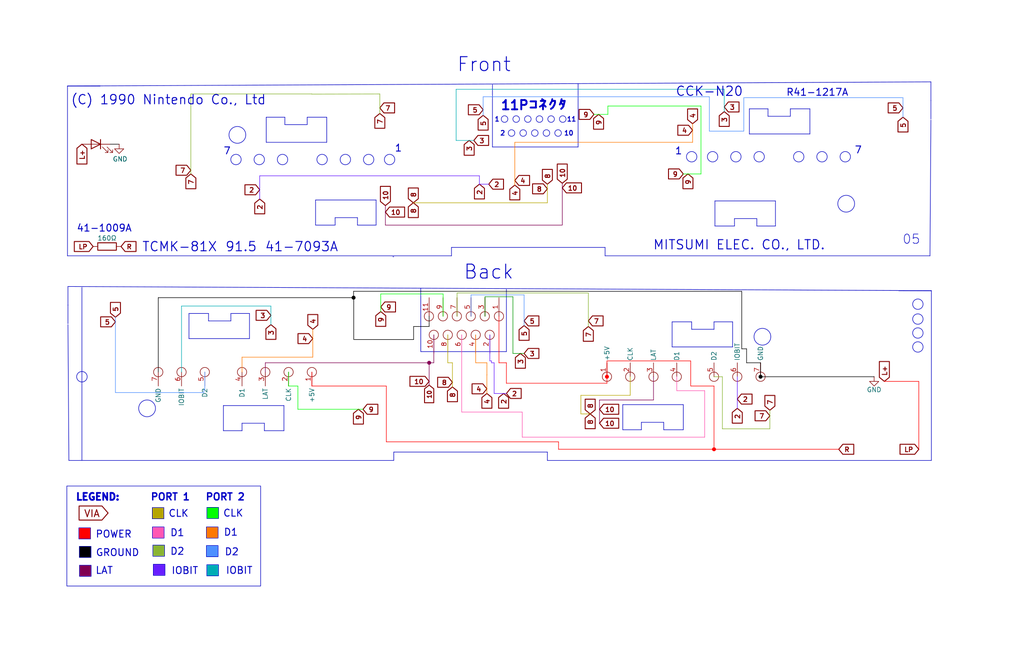
<source format=kicad_sch>
(kicad_sch (version 20250114) (generator "eeschema") (generator_version "9.0")
  (paper "User" 279.4 177.8)
  (title_block (title "TCMK-81X CCK-N20 (SNES Input Board)") (date "2025-07-31") (rev "A") (company "License: CERN-OHL-S") (comment 1 "This Document Is Not Endorsed By Nintendo or Mitsumi") (comment 2 "Documented by starlightk7 for Repair Usage") (comment 3 "Originally Designed By Nintendo and Manufactured By Mitsumi. ") (comment 4 "Used in SHVC-CPU-01 / GPM-01 / GPM-02 SNES Units"))
  (lib_symbols
    (symbol "Device:LED" (pin_numbers (hide yes)) (pin_names (offset 1.016) (hide yes))
      (property "Reference" "D" (at 0 2.54 0))
      (property "Value" "LED" (at 0 -2.54 0))
      (symbol "LED_0_1"
        (polyline (pts (xy -3.048 -0.762) (xy -4.572 -2.286) (xy -3.81 -2.286) (xy -4.572 -2.286) (xy -4.572 -1.524)))
        (polyline (pts (xy -1.778 -0.762) (xy -3.302 -2.286) (xy -2.54 -2.286) (xy -3.302 -2.286) (xy -3.302 -1.524)))
        (polyline (pts (xy -1.27 0) (xy 1.27 0)))
        (polyline (pts (xy -1.27 -1.27) (xy -1.27 1.27)) (stroke (width 0.254)))
        (polyline (pts (xy 1.27 -1.27) (xy 1.27 1.27) (xy -1.27 0) (xy 1.27 -1.27)) (stroke (width 0.254)))
      )
      (symbol "LED_1_1"
        (pin passive line (at -3.81 0 0) (length 2.54) (name "K") (number "1"))
        (pin passive line (at 3.81 0 180) (length 2.54) (name "A") (number "2"))
      )
    )
    (symbol "Device:R" (pin_numbers (hide yes)) (pin_names (offset 0))
      (property "Reference" "R" (at 2.032 0 90))
      (property "Value" "R" (at 0 0 90))
      (symbol "R_0_1"
        (rectangle (start -1.016 -2.54) (end 1.016 2.54) (stroke (width 0.254)))
      )
      (symbol "R_1_1"
        (pin passive line (at 0 3.81 270) (length 1.27) (name "~") (number "1"))
        (pin passive line (at 0 -3.81 90) (length 1.27) (name "~") (number "2"))
      )
    )
    (symbol "OpenSFC:ControllerPort"
      (symbol "ControllerPort_0_1"
        (circle (center -11.43 0) (radius 1.27))
        (circle (center -5.08 0) (radius 1.27))
        (circle (center 1.27 0) (radius 1.27))
        (circle (center 7.62 0) (radius 1.27))
        (circle (center 17.78 0) (radius 1.27))
        (circle (center 24.13 0) (radius 1.27))
        (circle (center 30.48 0) (radius 1.27))
      )
      (symbol "ControllerPort_1_1"
        (pin power_in line (at -11.43 0 90) (length 3.81) (name "+5V") (number "1"))
        (pin input line (at -5.08 0 90) (length 3.81) (name "CLK") (number "2"))
        (pin input line (at 1.27 0 90) (length 3.81) (name "LAT") (number "3"))
        (pin output line (at 7.62 0 90) (length 3.81) (name "D1") (number "4"))
        (pin output line (at 17.78 0 90) (length 3.81) (name "D2") (number "5"))
        (pin output line (at 24.13 0 90) (length 3.81) (name "IOBIT") (number "6"))
        (pin power_in line (at 30.48 0 90) (length 3.81) (name "GND") (number "7"))
      )
    )
    (symbol "OpenSFC:ControllerRibbon"
      (symbol "ControllerRibbon_0_1"
        (circle (center -6.4145 2.5371) (radius 1.27))
        (circle (center -5.08 -2.54) (radius 1.27))
        (circle (center -2.6045 2.5371) (radius 1.27))
        (circle (center -1.27 -2.54) (radius 1.27))
        (circle (center 1.2055 2.5371) (radius 1.27))
        (circle (center 2.54 -2.54) (radius 1.27))
        (circle (center 5.0155 2.5371) (radius 1.27))
        (circle (center 6.35 -2.54) (radius 1.27))
        (circle (center 8.8255 2.5371) (radius 1.27))
        (circle (center 10.16 -2.54) (radius 1.27))
        (circle (center 12.7 2.54) (radius 1.27))
      )
      (symbol "ControllerRibbon_1_1"
        (pin passive line (at -6.35 2.54 90) (length 5.08) (name "") (number "11"))
        (pin passive line (at -5.08 -2.54 270) (length 5.08) (name "") (number "10"))
        (pin passive line (at -2.54 2.54 90) (length 5.08) (name "") (number "9"))
        (pin passive line (at -1.27 -2.54 270) (length 5.08) (name "") (number "8"))
        (pin passive line (at 1.27 2.54 90) (length 5.08) (name "") (number "7"))
        (pin passive line (at 2.54 -2.54 270) (length 5.08) (name "") (number "6"))
        (pin passive line (at 5.08 2.54 90) (length 5.08) (name "") (number "5"))
        (pin passive line (at 6.35 -2.54 270) (length 5.08) (name "") (number "4"))
        (pin passive line (at 8.89 2.54 90) (length 5.08) (name "") (number "3"))
        (pin passive line (at 10.2059 -2.5389 270) (length 5.08) (name "") (number "2"))
        (pin passive line (at 12.7 2.54 90) (length 5.08) (name "") (number "1"))
      )
    )
    (symbol "power:GND" (power) (pin_numbers (hide yes)) (pin_names (offset 0) (hide yes))
      (property "Value" "GND" (at 0 -3.81 0))
      (symbol "GND_0_1"
        (polyline (pts (xy 0 0) (xy 0 -1.27) (xy 1.27 -1.27) (xy 0 -2.54) (xy -1.27 -1.27) (xy 0 -1.27)))
      )
      (symbol "GND_1_1"
        (pin power_in line (at 0 0 270) (length 0) (name "~") (number "1"))
      )
    )
  )
  (rectangle (start 56.3245 143.891) (end 59.4995 146.939) (fill (type color) (color 255 120 0 1)))
  (circle (center 140.843 32.512) (radius 0.898))
  (circle (center 77.089 43.561) (radius 1.4199))
  (circle (center 250.444 83.058) (radius 1.4199))
  (circle (center 137.668 32.512) (radius 0.898))
  (rectangle (start 56.3245 148.971) (end 59.4995 152.019) (fill (type color) (color 78 144 255 1)))
  (circle (center 150.368 32.512) (radius 0.898))
  (circle (center 217.932 42.799) (radius 1.4199))
  (rectangle (start 56.4429 154.2024) (end 59.6179 157.2504) (fill (type color) (color 0 172 180 1)))
  (circle (center 188.722 42.799) (radius 1.4199))
  (rectangle (start 56.4594 138.5528) (end 59.6344 141.6008) (fill (type color) (color 0 255 3 1)))
  (circle (center 64.77 36.83) (radius 2.2895))
  (circle (center 208.026 91.948) (radius 2.2895))
  (rectangle (start 41.7195 148.844) (end 44.8945 151.892) (fill (type color) (color 137 180 50 1)))
  (circle (center 145.923 36.322) (radius 0.898))
  (circle (center 230.632 42.799) (radius 1.4199))
  (circle (center 144.018 32.512) (radius 0.898))
  (circle (center 250.444 90.932) (radius 1.4199))
  (circle (center 22.352 102.87) (radius 1.4368) (fill (type color)))
  (circle (center 152.273 36.322) (radius 0.898))
  (rectangle (start 41.5925 143.891) (end 44.7675 146.939) (fill (type color) (color 255 87 179 1)))
  (rectangle (start 41.5473 138.6071) (end 44.7223 141.6551) (fill (type color) (color 182 165 0 1)))
  (circle (center 147.193 32.512) (radius 0.898))
  (rectangle (start 21.6565 149.1853) (end 24.8315 152.2333) (fill (type color) (color 0 0 0 1)))
  (circle (center 142.748 36.322) (radius 0.898))
  (circle (center 250.444 94.742) (radius 1.4199))
  (circle (center 224.282 42.799) (radius 1.4199))
  (rectangle (start 21.5249 144.12) (end 24.6999 147.168) (fill (type color) (color 255 0 0 1)))
  (rectangle (start 21.686 154.3343) (end 24.861 157.3823) (fill (type color) (color 127 0 80 1)))
  (circle (center 87.884 43.561) (radius 1.4199))
  (circle (center 200.787 42.799) (radius 1.4199))
  (circle (center 40.132 111.506) (radius 2.2895))
  (circle (center 250.444 87.122) (radius 1.4199))
  (circle (center 100.584 43.561) (radius 1.4199))
  (circle (center 64.389 43.561) (radius 1.4199))
  (circle (center 106.299 43.561) (radius 1.4199))
  (circle (center 153.543 32.512) (radius 0.898))
  (rectangle (start 41.8379 154.0754) (end 45.0129 157.1234) (fill (type color) (color 103 29 255 1)))
  (circle (center 70.739 43.561) (radius 1.4199))
  (rectangle (start 18.2378 132.715) (end 71.12 160.02))
  (circle (center 149.098 36.322) (radius 0.898))
  (circle (center 230.886 55.626) (radius 2.2895))
  (circle (center 194.437 42.799) (radius 1.4199))
  (circle (center 139.573 36.322) (radius 0.898))
  (circle (center 94.234 43.561) (radius 1.4199))
  (circle (center 207.137 42.799) (radius 1.4199))
  (text "TCMK-81X" (at 49.022 67.564 0) (effects (font (size 2.54 2.54) (thickness 0.254) (bold yes))))
  (text "GROUND" (at 32.0705 151.0903 0) (effects (font (size 1.905 1.905) (thickness 0.254) (bold yes))))
  (text "1" (at 185.166 41.402 0) (effects (font (size 1.905 1.905) (thickness 0.254) (bold yes))))
  (text "41-1009A" (at 28.448 62.484 0) (effects (font (size 1.905 1.905) (thickness 0.254) (bold yes))))
  (text "05" (at 248.666 65.532 0) (effects (font (size 2.54 2.54))))
  (text "11" (at 155.956 32.766 0) (effects (font (size 1.27 1.27) (thickness 0.254) (bold yes))))
  (text "10" (at 155.194 36.576 0) (effects (font (size 1.27 1.27) (thickness 0.254) (bold yes))))
  (text "Back" (at 133.35 74.422 0) (effects (font (size 3.81 3.81) (thickness 0.254) (bold yes))))
  (text "CLK" (at 63.6349 140.3308 0) (effects (font (size 1.905 1.905) (thickness 0.254) (bold yes))))
  (text "1" (at 108.712 40.64 0) (effects (font (size 1.905 1.905) (thickness 0.254) (bold yes))))
  (text "PORT 1" (at 46.482 135.89 0) (effects (font (size 1.905 1.905) (thickness 0.381) (bold yes))))
  (text "POWER " (at 31.75 146.05 0) (effects (font (size 1.905 1.905) (thickness 0.254) (bold yes))))
  (text "1" (at 135.636 32.766 0) (effects (font (size 1.27 1.27) (thickness 0.254) (bold yes))))
  (text "PORT 2" (at 61.468 135.89 0) (effects (font (size 1.905 1.905) (thickness 0.381) (bold yes))))
  (text "Front" (at 132.08 17.78 0) (effects (font (size 3.81 3.81) (thickness 0.254) (bold yes))))
  (text "41-7093A" (at 82.296 67.564 0) (effects (font (size 2.54 2.54) (thickness 0.254) (bold yes))))
  (text "7" (at 61.976 41.402 0) (effects (font (size 1.905 1.905) (thickness 0.254) (bold yes))))
  (text "(C) 1990 Nintendo Co., Ltd" (at 45.974 27.432 0) (effects (font (size 2.54 2.54) (thickness 0.254) (bold yes))))
  (text "91.5" (at 65.786 67.564 0) (effects (font (size 2.54 2.54) (thickness 0.254) (bold yes))))
  (text "7" (at 234.188 41.148 0) (effects (font (size 1.905 1.905) (thickness 0.254) (bold yes))))
  (text "2" (at 137.16 36.576 0) (effects (font (size 1.27 1.27) (thickness 0.254) (bold yes))))
  (text "MITSUMI ELEC. CO., LTD." (at 201.676 67.056 0) (effects (font (size 2.54 2.54) (thickness 0.254) (bold yes))))
  (text "D1" (at 48.387 145.669 0) (effects (font (size 1.905 1.905) (thickness 0.254) (bold yes))))
  (text "D1" (at 62.992 145.542 0) (effects (font (size 1.905 1.905) (thickness 0.254) (bold yes))))
  (text "CCK-N20" (at 193.548 25.146 0) (effects (font (size 2.54 2.54) (thickness 0.254) (bold yes))))
  (text "IOBIT" (at 65.278 155.956 0) (effects (font (size 1.905 1.905) (thickness 0.254) (bold yes))))
  (text "R41-1217A" (at 223.012 25.4 0) (effects (font (size 1.905 1.905) (thickness 0.254) (bold yes))))
  (text "CLK" (at 48.7228 140.3851 0) (effects (font (size 1.905 1.905) (thickness 0.254) (bold yes))))
  (text "D2" (at 63.246 150.876 0) (effects (font (size 1.905 1.905) (thickness 0.254) (bold yes))))
  (text "LEGEND:" (at 26.67 135.89 0) (effects (font (size 1.905 1.905) (thickness 0.762) (bold yes))))
  (text "LAT" (at 28.448 155.956 0) (effects (font (size 1.905 1.905) (thickness 0.254) (bold yes))))
  (text "D2" (at 48.387 150.749 0) (effects (font (size 1.905 1.905) (thickness 0.254) (bold yes))))
  (text "IOBIT" (at 50.4528 155.9979 0) (effects (font (size 1.905 1.905) (thickness 0.254) (bold yes))))
  (text "11Pコネクタ" (at 145.796 28.956 0) (effects (font (size 2.54 2.54) (thickness 0.508) (bold yes))))
  (junction (at 207.518 102.87) (color 0 0 0 1))
  (junction (at 117.094 99.06) (color 127 0 80 1))
  (junction (at 194.818 122.682) (color 255 0 0 1))
  (junction (at 96.472 81.28) (color 0 0 0 1))
  (junction (at 165.608 102.87) (color 255 0 0 1))
  (wire (pts (xy 55.626 106.426) (xy 55.88 106.426)) (stroke (width 0) (color 78 144 255 1)))
  (polyline (pts (xy 183.388 87.884) (xy 183.388 94.742)))
  (wire (pts (xy 193.548 26.416) (xy 193.548 35.814)) (stroke (width 0) (color 78 144 255 1)))
  (wire (pts (xy 49.53 83.566) (xy 73.914 83.566)) (stroke (width 0) (color 0 172 180 1)))
  (polyline (pts (xy 204.47 29.718) (xy 209.55 29.718)))
  (wire (pts (xy 125.984 112.522) (xy 142.494 112.522)) (stroke (width 0) (color 255 87 179 1)))
  (polyline (pts (xy 86.106 61.468) (xy 86.106 54.61)))
  (wire (pts (xy 78.74 101.6) (xy 78.74 105.41)) (stroke (width 0) (color 0 255 3 1)))
  (wire (pts (xy 191.262 47.498) (xy 186.436 47.498)) (stroke (width 0) (color 0 255 3 1)))
  (polyline (pts (xy 102.616 54.61) (xy 86.106 54.61)))
  (wire (pts (xy 158.496 113.03) (xy 161.036 113.03)) (stroke (width 0) (color 182 165 0 1)))
  (polyline (pts (xy 211.582 61.722) (xy 206.502 61.722)))
  (wire (pts (xy 197.612 24.384) (xy 197.612 30.48)) (stroke (width 0) (color 0 172 180 1)))
  (wire (pts (xy 171.958 107.95) (xy 158.496 107.95)) (stroke (width 0) (color 182 165 0 1)))
  (polyline (pts (xy 62.992 87.63) (xy 56.896 87.63)))
  (wire (pts (xy 139.954 81.026) (xy 139.954 96.52)))
  (polyline (pts (xy 72.136 115.57) (xy 72.136 117.602)))
  (polyline (pts (xy 200.406 61.722) (xy 195.072 61.722)))
  (polyline (pts (xy 215.646 31.75) (xy 215.646 29.718)))
  (polyline (pts (xy 254 22.352) (xy 254 27.432)))
  (wire (pts (xy 125.984 91.44) (xy 125.984 112.522)) (stroke (width 0) (color 255 87 179 1)))
  (wire (pts (xy 103.632 25.654) (xy 103.632 30.988)) (stroke (width 0) (color 137 180 50 1)))
  (wire (pts (xy 96.472 79.55) (xy 96.472 81.28)) (stroke (width 0) (color 0 0 0 1)))
  (polyline (pts (xy 188.722 89.916) (xy 188.722 87.884)))
  (polyline (pts (xy 107.442 70.104) (xy 107.188 70.104)))
  (wire (pts (xy 192.278 106.68) (xy 184.658 106.68)) (stroke (width 0) (color 255 87 179 1)))
  (wire (pts (xy 134.112 99.06) (xy 134.112 98.552)) (stroke (width 0) (color 103 29 255 1)))
  (wire (pts (xy 103.886 80.264) (xy 103.886 85.09)) (stroke (width 0) (color 0 255 3 1)))
  (polyline (pts (xy 66.04 117.602) (xy 66.04 115.57)))
  (wire (pts (xy 202.39 79.55) (xy 202.39 95.25)) (stroke (width 0) (color 0 0 0 1)))
  (wire (pts (xy 66.04 97.536) (xy 66.04 101.6)) (stroke (width 0) (color 255 120 0 1)))
  (polyline (pts (xy 22.352 78.486) (xy 22.352 125.73)))
  (wire (pts (xy 123.444 99.06) (xy 123.444 105.664)) (stroke (width 0) (color 182 165 0 1)))
  (wire (pts (xy 105.41 120.65) (xy 152.4 120.65)) (stroke (width 0) (color 255 0 0 1)))
  (wire (pts (xy 55.88 106.426) (xy 55.88 101.6)) (stroke (width 0) (color 78 144 255 1)))
  (polyline (pts (xy 254 32.766) (xy 253.746 69.85)))
  (wire (pts (xy 85.042 25.702) (xy 103.632 25.654)) (stroke (width 0) (color 137 180 50 1)))
  (wire (pts (xy 201.168 102.87) (xy 201.168 111.506)) (stroke (width 0) (color 103 29 255 1)))
  (wire (pts (xy 136.144 99.06) (xy 138.176 99.06)) (stroke (width 0) (color 255 0 0 1)))
  (polyline (pts (xy 18.415 23.495) (xy 27.305 23.495)))
  (wire (pts (xy 246.38 26.67) (xy 246.38 32.004)) (stroke (width 0) (color 78 144 255 1)))
  (wire (pts (xy 207.518 99.06) (xy 207.518 102.87)) (stroke (width 0) (color 0 0 0 1)))
  (wire (pts (xy 162.052 31.242) (xy 165.862 31.242)) (stroke (width 0) (color 0 255 3 1)))
  (wire (pts (xy 134.112 98.552) (xy 133.6499 98.552)) (stroke (width 0) (color 103 29 255 1)))
  (wire (pts (xy 124.46 24.384) (xy 124.46 38.354)) (stroke (width 0) (color 0 172 180 1)))
  (polyline (pts (xy 149.352 123.444) (xy 149.352 125.73)))
  (polyline (pts (xy 107.442 123.444) (xy 149.352 123.444)))
  (wire (pts (xy 132.8504 102.3595) (xy 132.842 102.3595)) (stroke (width 0) (color 255 120 0 1)))
  (wire (pts (xy 129.794 99.0575) (xy 132.8504 99.0575)) (stroke (width 0) (color 255 120 0 1)))
  (wire (pts (xy 142.494 119.38) (xy 192.278 119.38)) (stroke (width 0) (color 255 87 179 1)))
  (polyline (pts (xy 138.176 78.994) (xy 138.176 96.012)))
  (wire (pts (xy 105.41 105.41) (xy 105.41 120.65)) (stroke (width 0) (color 255 0 0 1)))
  (polyline (pts (xy 169.926 110.49) (xy 169.926 117.348)))
  (wire (pts (xy 72.39 99.06) (xy 117.094 99.06)) (stroke (width 0) (color 127 0 80 1)))
  (polyline (pts (xy 206.502 61.722) (xy 206.502 59.69)))
  (polyline (pts (xy 60.96 110.744) (xy 77.47 110.744)))
  (polyline (pts (xy 114.808 78.74) (xy 114.808 96.012)))
  (polyline (pts (xy 123.19 67.564) (xy 123.19 69.85)))
  (wire (pts (xy 165.608 98.552) (xy 188.468 98.552)) (stroke (width 0) (color 255 0 0 1)))
  (wire (pts (xy 128.524 80.518) (xy 143.002 80.518)) (stroke (width 0) (color 78 144 255 1)))
  (polyline (pts (xy 72.136 117.602) (xy 77.47 117.602)))
  (polyline (pts (xy 18.542 78.232) (xy 18.542 83.312)))
  (wire (pts (xy 117.094 99.06) (xy 118.364 99.06)) (stroke (width 0) (color 127 0 80 1)))
  (wire (pts (xy 210.058 117.094) (xy 210.058 112.014)) (stroke (width 0) (color 137 180 50 1)))
  (polyline (pts (xy 169.926 117.348) (xy 175.006 117.348)))
  (wire (pts (xy 118.364 91.44) (xy 118.364 99.06)) (stroke (width 0) (color 127 0 80 1)))
  (wire (pts (xy 134.8281 107.442) (xy 138.176 107.442)) (stroke (width 0) (color 103 29 255 1)))
  (wire (pts (xy 103.886 80.264) (xy 120.904 80.264)) (stroke (width 0) (color 0 255 3 1)))
  (polyline (pts (xy 165.1 69.85) (xy 165.1 67.564)))
  (wire (pts (xy 138.176 99.06) (xy 138.176 104.648)) (stroke (width 0) (color 255 0 0 1)))
  (wire (pts (xy 203.708 95.25) (xy 203.708 99.06)) (stroke (width 0) (color 0 0 0 1)))
  (wire (pts (xy 163.576 109.22) (xy 163.576 115.57)) (stroke (width 0) (color 127 0 80 1)))
  (wire (pts (xy 152.4 120.65) (xy 152.4 122.682)) (stroke (width 0) (color 255 0 0 1)))
  (polyline (pts (xy 169.926 110.49) (xy 186.436 110.49)))
  (polyline (pts (xy 18.415 23.495) (xy 254 22.352)))
  (polyline (pts (xy 91.44 61.468) (xy 86.106 61.468)))
  (wire (pts (xy 194.818 105.41) (xy 194.818 122.682)) (stroke (width 0) (color 255 0 0 1)))
  (polyline (pts (xy 107.442 125.73) (xy 107.442 123.444)))
  (wire (pts (xy 165.862 31.242) (xy 165.862 28.956)) (stroke (width 0) (color 0 255 3 1)))
  (polyline (pts (xy 77.724 34.036) (xy 83.82 34.036)))
  (wire (pts (xy 31.496 107.188) (xy 55.626 107.188)) (stroke (width 0) (color 78 144 255 1)))
  (wire (pts (xy 132.8504 99.0575) (xy 132.8504 102.3595)) (stroke (width 0) (color 255 120 0 1)))
  (wire (pts (xy 117.094 86.36) (xy 117.094 89.154)) (stroke (width 0) (color 0 0 0 1)))
  (wire (pts (xy 70.866 48.006) (xy 70.866 54.356)) (stroke (width 0) (color 103 29 255 1)))
  (wire (pts (xy 184.658 106.68) (xy 184.658 102.87)) (stroke (width 0) (color 255 87 179 1)))
  (polyline (pts (xy 181.102 117.348) (xy 186.436 117.348)))
  (polyline (pts (xy 68.072 92.456) (xy 68.072 85.598)))
  (wire (pts (xy 85.09 25.654) (xy 52.07 25.654)) (stroke (width 0) (color 137 180 50 1)))
  (polyline (pts (xy 97.536 59.436) (xy 91.44 59.436)))
  (polyline (pts (xy 102.616 61.468) (xy 97.536 61.468)))
  (wire (pts (xy 131.826 26.416) (xy 131.826 31.496)) (stroke (width 0) (color 78 144 255 1)))
  (wire (pts (xy 193.548 26.416) (xy 131.826 26.416)) (stroke (width 0) (color 78 144 255 1)))
  (wire (pts (xy 136.144 86.36) (xy 136.144 99.06)) (stroke (width 0) (color 255 0 0 1)))
  (polyline (pts (xy 204.47 36.576) (xy 220.98 36.576)))
  (polyline (pts (xy 56.896 85.598) (xy 51.562 85.598)))
  (wire (pts (xy 55.626 107.188) (xy 55.626 106.426)) (stroke (width 0) (color 78 144 255 1)))
  (wire (pts (xy 85.09 105.41) (xy 105.41 105.41)) (stroke (width 0) (color 255 0 0 1)))
  (polyline (pts (xy 254 27.432) (xy 254 32.512)))
  (wire (pts (xy 124.714 80.01) (xy 124.714 86.36)) (stroke (width 0) (color 137 180 50 1)))
  (wire (pts (xy 96.52 92.71) (xy 96.52 81.28)) (stroke (width 0) (color 0 0 0 1)))
  (wire (pts (xy 130.81 50.292) (xy 133.35 50.292)) (stroke (width 0) (color 103 29 255 1)))
  (wire (pts (xy 132.842 102.3595) (xy 132.842 107.442)) (stroke (width 0) (color 255 120 0 1)))
  (polyline (pts (xy 149.352 125.73) (xy 254.127 125.73)))
  (wire (pts (xy 193.548 35.814) (xy 202.946 35.814)) (stroke (width 0) (color 78 144 255 1)))
  (polyline (pts (xy 62.992 85.598) (xy 62.992 87.63)))
  (polyline (pts (xy 175.006 115.316) (xy 181.102 115.316)))
  (wire (pts (xy 85.344 89.916) (xy 85.344 97.536)) (stroke (width 0) (color 255 120 0 1)))
  (wire (pts (xy 81.28 111.76) (xy 99.06 111.76)) (stroke (width 0) (color 0 255 3 1)))
  (wire (pts (xy 43.18 81.28) (xy 96.472 81.28)) (stroke (width 0) (color 0 0 0 1)))
  (polyline (pts (xy 77.724 32.004) (xy 77.724 34.036)))
  (wire (pts (xy 124.46 24.384) (xy 197.612 24.384)) (stroke (width 0) (color 0 172 180 1)))
  (wire (pts (xy 207.518 102.87) (xy 238.506 102.87)) (stroke (width 0) (color 0 0 0 1)))
  (wire (pts (xy 129.794 99.0575) (xy 129.794 91.44)) (stroke (width 0) (color 255 120 0 1)))
  (polyline (pts (xy 77.47 117.602) (xy 77.47 110.744)))
  (polyline (pts (xy 199.898 87.884) (xy 194.818 87.884)))
  (wire (pts (xy 152.4 122.682) (xy 194.818 122.682)) (stroke (width 0) (color 255 0 0 1)))
  (polyline (pts (xy 134.366 23.114) (xy 134.366 40.132)))
  (wire (pts (xy 112.8512 89.154) (xy 117.094 89.154)) (stroke (width 0) (color 0 0 0 1)))
  (polyline (pts (xy 254.127 125.73) (xy 254.127 79.375)))
  (polyline (pts (xy 209.55 31.75) (xy 215.646 31.75)))
  (wire (pts (xy 203.708 99.06) (xy 207.518 99.06)) (stroke (width 0) (color 0 0 0 1)))
  (wire (pts (xy 153.416 50.038) (xy 153.416 61.468)) (stroke (width 0) (color 127 0 80 1)))
  (polyline (pts (xy 60.96 117.602) (xy 66.04 117.602)))
  (polyline (pts (xy 66.04 115.57) (xy 72.136 115.57)))
  (wire (pts (xy 130.81 50.292) (xy 130.81 48.006)) (stroke (width 0) (color 103 29 255 1)))
  (wire (pts (xy 188.976 33.782) (xy 188.976 38.862)) (stroke (width 0) (color 255 120 0 1)))
  (polyline (pts (xy 253.746 69.85) (xy 165.1 69.85)))
  (polyline (pts (xy 204.47 36.576) (xy 204.47 29.718)))
  (polyline (pts (xy 254.127 79.375) (xy 18.542 78.232)))
  (polyline (pts (xy 114.808 96.012) (xy 138.176 96.012)))
  (wire (pts (xy 250.698 104.14) (xy 250.698 122.682)) (stroke (width 0) (color 255 0 0 1)))
  (polyline (pts (xy 165.1 67.564) (xy 123.19 67.564)))
  (wire (pts (xy 138.176 104.648) (xy 165.608 104.648)) (stroke (width 0) (color 255 0 0 1)))
  (wire (pts (xy 178.308 109.22) (xy 163.576 109.22)) (stroke (width 0) (color 127 0 80 1)))
  (polyline (pts (xy 194.818 87.884) (xy 194.818 89.916)))
  (wire (pts (xy 197.104 117.094) (xy 197.104 102.87)) (stroke (width 0) (color 137 180 50 1)))
  (polyline (pts (xy 56.896 87.63) (xy 56.896 85.598)))
  (wire (pts (xy 112.8512 92.71) (xy 96.52 92.71)) (stroke (width 0) (color 0 0 0 1)))
  (polyline (pts (xy 194.818 89.916) (xy 188.722 89.916)))
  (wire (pts (xy 191.262 28.956) (xy 191.262 47.498)) (stroke (width 0) (color 0 255 3 1)))
  (wire (pts (xy 165.608 104.648) (xy 165.608 102.87)) (stroke (width 0) (color 255 0 0 1)))
  (wire (pts (xy 142.494 112.522) (xy 142.494 119.38)) (stroke (width 0) (color 255 87 179 1)))
  (polyline (pts (xy 211.582 54.864) (xy 195.072 54.864)))
  (wire (pts (xy 133.6499 98.552) (xy 133.6499 91.4389)) (stroke (width 0) (color 103 29 255 1)))
  (wire (pts (xy 81.28 105.41) (xy 81.28 111.76)) (stroke (width 0) (color 0 255 3 1)))
  (wire (pts (xy 149.352 50.292) (xy 149.352 55.372)) (stroke (width 0) (color 182 165 0 1)))
  (wire (pts (xy 105.156 56.134) (xy 105.156 61.468)) (stroke (width 0) (color 127 0 80 1)))
  (polyline (pts (xy 97.536 61.468) (xy 97.536 59.436)))
  (wire (pts (xy 171.958 102.87) (xy 171.958 107.95)) (stroke (width 0) (color 182 165 0 1)))
  (wire (pts (xy 197.104 102.87) (xy 194.818 102.87)) (stroke (width 0) (color 137 180 50 1)))
  (polyline (pts (xy 60.96 110.744) (xy 60.96 117.602)))
  (wire (pts (xy 165.862 28.956) (xy 191.262 28.956)) (stroke (width 0) (color 0 255 3 1)))
  (wire (pts (xy 134.8281 99.06) (xy 134.8281 107.442)) (stroke (width 0) (color 103 29 255 1)))
  (wire (pts (xy 73.914 83.566) (xy 73.914 88.646)) (stroke (width 0) (color 0 172 180 1)))
  (wire (pts (xy 132.334 81.026) (xy 139.954 81.026)))
  (wire (pts (xy 194.818 122.682) (xy 228.854 122.682)) (stroke (width 0) (color 255 0 0 1)))
  (polyline (pts (xy 181.102 115.316) (xy 181.102 117.348)))
  (wire (pts (xy 96.472 81.28) (xy 96.52 81.28)) (stroke (width 0) (color 0 0 0 1)))
  (polyline (pts (xy 18.796 125.73) (xy 107.442 125.73)))
  (wire (pts (xy 78.74 105.41) (xy 81.28 105.41)) (stroke (width 0) (color 0 255 3 1)))
  (wire (pts (xy 194.818 105.41) (xy 188.468 105.41)) (stroke (width 0) (color 255 0 0 1)))
  (polyline (pts (xy 195.072 61.722) (xy 195.072 54.864)))
  (wire (pts (xy 96.472 79.55) (xy 202.39 79.55)) (stroke (width 0) (color 0 0 0 1)))
  (wire (pts (xy 124.714 80.01) (xy 160.528 80.01)) (stroke (width 0) (color 137 180 50 1)))
  (polyline (pts (xy 91.44 59.436) (xy 91.44 61.468)))
  (wire (pts (xy 85.09 101.6) (xy 85.09 105.41)) (stroke (width 0) (color 255 0 0 1)))
  (wire (pts (xy 52.07 25.654) (xy 52.07 47.498)) (stroke (width 0) (color 137 180 50 1)))
  (polyline (pts (xy 83.82 34.036) (xy 83.82 32.004)))
  (polyline (pts (xy 83.82 32.004) (xy 89.154 32.004)))
  (polyline (pts (xy 157.734 22.86) (xy 157.734 40.132)))
  (wire (pts (xy 165.608 98.552) (xy 165.608 102.87)) (stroke (width 0) (color 255 0 0 1)))
  (wire (pts (xy 132.334 81.026) (xy 132.334 86.36)))
  (wire (pts (xy 128.524 80.518) (xy 128.524 86.36)) (stroke (width 0) (color 78 144 255 1)))
  (wire (pts (xy 124.46 38.354) (xy 129.286 38.354)) (stroke (width 0) (color 0 172 180 1)))
  (polyline (pts (xy 200.406 59.69) (xy 200.406 61.722)))
  (wire (pts (xy 105.156 61.468) (xy 153.416 61.468)) (stroke (width 0) (color 127 0 80 1)))
  (polyline (pts (xy 188.722 87.884) (xy 183.388 87.884)))
  (wire (pts (xy 140.462 38.862) (xy 188.976 38.862)) (stroke (width 0) (color 255 120 0 1)))
  (polyline (pts (xy 186.436 117.348) (xy 186.436 110.49)))
  (polyline (pts (xy 211.582 54.864) (xy 211.582 61.722)))
  (wire (pts (xy 143.002 80.518) (xy 143.002 88.9)) (stroke (width 0) (color 78 144 255 1)))
  (wire (pts (xy 241.3 104.14) (xy 250.698 104.14)) (stroke (width 0) (color 255 0 0 1)))
  (polyline (pts (xy 72.644 32.004) (xy 77.724 32.004)))
  (polyline (pts (xy 209.55 29.718) (xy 209.55 31.75)))
  (polyline (pts (xy 18.542 88.646) (xy 18.796 125.73)))
  (polyline (pts (xy 68.072 85.598) (xy 62.992 85.598)))
  (wire (pts (xy 130.81 48.006) (xy 70.866 48.006)) (stroke (width 0) (color 103 29 255 1)))
  (wire (pts (xy 49.53 101.6) (xy 49.53 83.566)) (stroke (width 0) (color 0 172 180 1)))
  (wire (pts (xy 140.462 38.862) (xy 140.462 50.546)) (stroke (width 0) (color 255 120 0 1)))
  (polyline (pts (xy 89.154 32.004) (xy 89.154 38.862)))
  (wire (pts (xy 210.058 117.094) (xy 197.104 117.094)) (stroke (width 0) (color 137 180 50 1)))
  (wire (pts (xy 134.8281 99.06) (xy 134.112 99.06)) (stroke (width 0) (color 103 29 255 1)))
  (wire (pts (xy 202.946 26.67) (xy 202.946 35.814)) (stroke (width 0) (color 78 144 255 1)))
  (polyline (pts (xy 199.898 94.742) (xy 183.388 94.742)))
  (wire (pts (xy 149.352 55.372) (xy 112.776 55.372)) (stroke (width 0) (color 182 165 0 1)))
  (polyline (pts (xy 72.644 38.862) (xy 72.644 32.004)))
  (polyline (pts (xy 51.562 85.598) (xy 51.562 92.456)))
  (wire (pts (xy 246.38 26.67) (xy 202.946 26.67)) (stroke (width 0) (color 78 144 255 1)))
  (polyline (pts (xy 215.646 29.718) (xy 220.98 29.718)))
  (wire (pts (xy 117.094 99.06) (xy 117.094 105.156)) (stroke (width 0) (color 127 0 80 1)))
  (polyline (pts (xy 102.616 54.61) (xy 102.616 61.468)))
  (wire (pts (xy 32.512 39.37) (xy 29.972 39.37)) (stroke (width 0) (color 0 0 0 1)))
  (wire (pts (xy 85.344 97.536) (xy 66.04 97.536)) (stroke (width 0) (color 255 120 0 1)))
  (polyline (pts (xy 157.734 40.132) (xy 134.366 40.132)))
  (polyline (pts (xy 199.898 94.742) (xy 199.898 87.884)))
  (wire (pts (xy 178.308 102.87) (xy 178.308 109.22)) (stroke (width 0) (color 127 0 80 1)))
  (polyline (pts (xy 254.127 79.375) (xy 245.237 79.375)))
  (wire (pts (xy 120.904 80.264) (xy 120.904 86.36)) (stroke (width 0) (color 0 255 3 1)))
  (wire (pts (xy 112.8512 92.71) (xy 112.8512 89.154)) (stroke (width 0) (color 0 0 0 1)))
  (wire (pts (xy 192.278 119.38) (xy 192.278 106.68)) (stroke (width 0) (color 255 87 179 1)))
  (wire (pts (xy 43.18 81.28) (xy 43.18 101.6)) (stroke (width 0) (color 0 0 0 1)))
  (wire (pts (xy 122.174 91.44) (xy 122.174 99.06)) (stroke (width 0) (color 182 165 0 1)))
  (wire (pts (xy 160.528 80.01) (xy 160.528 89.154)) (stroke (width 0) (color 137 180 50 1)))
  (wire (pts (xy 158.496 107.95) (xy 158.496 113.03)) (stroke (width 0) (color 182 165 0 1)))
  (wire (pts (xy 31.496 86.614) (xy 31.496 107.188)) (stroke (width 0) (color 78 144 255 1)))
  (wire (pts (xy 188.468 105.41) (xy 188.468 98.552)) (stroke (width 0) (color 255 0 0 1)))
  (polyline (pts (xy 72.644 38.862) (xy 89.154 38.862)))
  (polyline (pts (xy 123.19 69.85) (xy 18.415 69.85)))
  (polyline (pts (xy 175.006 117.348) (xy 175.006 115.316)))
  (polyline (pts (xy 18.415 69.85) (xy 18.415 23.495)))
  (polyline (pts (xy 220.98 29.718) (xy 220.98 36.576)))
  (polyline (pts (xy 18.542 83.312) (xy 18.542 88.392)))
  (wire (pts (xy 202.39 95.25) (xy 203.708 95.25)) (stroke (width 0) (color 0 0 0 1)))
  (polyline (pts (xy 206.502 59.69) (xy 200.406 59.69)))
  (wire (pts (xy 139.954 96.52) (xy 143.002 96.52)))
  (wire (pts (xy 72.39 99.06) (xy 72.39 101.6)) (stroke (width 0) (color 127 0 80 1)))
  (wire (pts (xy 123.444 99.06) (xy 122.174 99.06)) (stroke (width 0) (color 182 165 0 1)))
  (polyline (pts (xy 68.072 92.456) (xy 51.562 92.456)))
  (global_label "8" (shape input) (at 123.444 104.394 180) (effects (font (thickness 0.254) (bold yes))) (property "Intersheetrefs" "${INTERSHEET_REFS}" (effects (hide yes))))
  (global_label "10" (shape input) (at 153.416 51.308 0) (effects (font (thickness 0.254) (bold yes))) (property "Intersheetrefs" "${INTERSHEET_REFS}" (effects (hide yes))))
  (global_label "9" (shape input) (at 186.436 47.498 180) (effects (font (thickness 0.254) (bold yes))) (property "Intersheetrefs" "${INTERSHEET_REFS}" (effects (hide yes))))
  (global_label "5" (shape input) (at 131.826 29.972 180) (effects (font (thickness 0.254) (bold yes))) (property "Intersheetrefs" "${INTERSHEET_REFS}" (effects (hide yes))))
  (global_label "9" (shape input) (at 99.06 111.76 0) (effects (font (thickness 0.254) (bold yes))) (property "Intersheetrefs" "${INTERSHEET_REFS}" (effects (hide yes))))
  (global_label "2" (shape input) (at 70.866 54.356 270) (effects (font (thickness 0.254) (bold yes))) (property "Intersheetrefs" "${INTERSHEET_REFS}" (effects (hide yes))))
  (global_label "R" (shape input) (at 33.02 67.31 0) (effects (font (thickness 0.254) (bold yes))) (property "Intersheetrefs" "${INTERSHEET_REFS}" (effects (hide yes))))
  (global_label "4" (shape input) (at 140.462 50.546 270) (effects (font (thickness 0.254) (bold yes))) (property "Intersheetrefs" "${INTERSHEET_REFS}" (effects (hide yes))))
  (global_label "7" (shape input) (at 103.632 29.464 0) (effects (font (thickness 0.254) (bold yes))) (property "Intersheetrefs" "${INTERSHEET_REFS}" (effects (hide yes))))
  (global_label "4" (shape input) (at 85.344 92.456 180) (effects (font (thickness 0.254) (bold yes))) (property "Intersheetrefs" "${INTERSHEET_REFS}" (effects (hide yes))))
  (global_label "8" (shape input) (at 149.352 50.292 90) (effects (font (thickness 0.254) (bold yes))) (property "Intersheetrefs" "${INTERSHEET_REFS}" (effects (hide yes))))
  (global_label "2" (shape input) (at 201.168 108.966 0) (effects (font (thickness 0.254) (bold yes))) (property "Intersheetrefs" "${INTERSHEET_REFS}" (effects (hide yes))))
  (global_label "2" (shape input) (at 138.176 107.442 0) (effects (font (thickness 0.254) (bold yes))) (property "Intersheetrefs" "${INTERSHEET_REFS}" (effects (hide yes))))
  (global_label "2" (shape input) (at 70.866 51.816 180) (effects (font (thickness 0.254) (bold yes))) (property "Intersheetrefs" "${INTERSHEET_REFS}" (effects (hide yes))))
  (global_label "4" (shape input) (at 132.842 107.442 270) (effects (font (thickness 0.254) (bold yes))) (property "Intersheetrefs" "${INTERSHEET_REFS}" (effects (hide yes))))
  (global_label "3" (shape input) (at 197.612 29.21 0) (effects (font (thickness 0.254) (bold yes))) (property "Intersheetrefs" "${INTERSHEET_REFS}" (effects (hide yes))))
  (global_label "3" (shape input) (at 141.986 96.52 270) (effects (font (thickness 0.254) (bold yes))) (property "Intersheetrefs" "${INTERSHEET_REFS}" (effects (hide yes))))
  (global_label "3" (shape input) (at 73.914 86.106 180) (effects (font (thickness 0.254) (bold yes))) (property "Intersheetrefs" "${INTERSHEET_REFS}" (effects (hide yes))))
  (global_label "7" (shape input) (at 103.632 30.988 270) (effects (font (thickness 0.254) (bold yes))) (property "Intersheetrefs" "${INTERSHEET_REFS}" (effects (hide yes))))
  (global_label "5" (shape input) (at 31.496 86.614 90) (effects (font (thickness 0.254) (bold yes))) (property "Intersheetrefs" "${INTERSHEET_REFS}" (effects (hide yes))))
  (global_label "8" (shape input) (at 149.352 51.562 180) (effects (font (thickness 0.254) (bold yes))) (property "Intersheetrefs" "${INTERSHEET_REFS}" (effects (hide yes))))
  (global_label "4" (shape input) (at 188.976 35.56 180) (effects (font (thickness 0.254) (bold yes))) (property "Intersheetrefs" "${INTERSHEET_REFS}" (effects (hide yes))))
  (global_label "5" (shape input) (at 143.002 87.63 0) (effects (font (thickness 0.254) (bold yes))) (property "Intersheetrefs" "${INTERSHEET_REFS}" (effects (hide yes))))
  (global_label "7" (shape input) (at 160.528 87.63 0) (effects (font (thickness 0.254) (bold yes))) (property "Intersheetrefs" "${INTERSHEET_REFS}" (effects (hide yes))))
  (global_label "3" (shape input) (at 128.016 38.354 270) (effects (font (thickness 0.254) (bold yes))) (property "Intersheetrefs" "${INTERSHEET_REFS}" (effects (hide yes))))
  (global_label "2" (shape input) (at 133.35 50.292 0) (effects (font (thickness 0.254) (bold yes))) (property "Intersheetrefs" "${INTERSHEET_REFS}" (effects (hide yes))))
  (global_label "7" (shape input) (at 210.058 112.014 90) (effects (font (thickness 0.254) (bold yes))) (property "Intersheetrefs" "${INTERSHEET_REFS}" (effects (hide yes))))
  (global_label "4" (shape input) (at 188.976 33.782 90) (effects (font (thickness 0.254) (bold yes))) (property "Intersheetrefs" "${INTERSHEET_REFS}" (effects (hide yes))))
  (global_label "8" (shape input) (at 161.036 113.03 90) (effects (font (thickness 0.254) (bold yes))) (property "Intersheetrefs" "${INTERSHEET_REFS}" (effects (hide yes))))
  (global_label "7" (shape input) (at 52.07 47.498 270) (effects (font (thickness 0.254) (bold yes))) (property "Intersheetrefs" "${INTERSHEET_REFS}" (effects (hide yes))))
  (global_label "9" (shape input) (at 187.706 47.498 270) (effects (font (thickness 0.254) (bold yes))) (property "Intersheetrefs" "${INTERSHEET_REFS}" (effects (hide yes))))
  (global_label "7" (shape input) (at 52.07 46.482 180) (effects (font (thickness 0.254) (bold yes))) (property "Intersheetrefs" "${INTERSHEET_REFS}" (effects (hide yes))))
  (global_label "L+" (shape input) (at 22.352 39.37 270) (effects (font (thickness 0.254) (bold yes))) (property "Intersheetrefs" "${INTERSHEET_REFS}" (effects (hide yes))))
  (global_label "LP" (shape input) (at 250.698 122.682 180) (effects (font (thickness 0.254) (bold yes))) (property "Intersheetrefs" "${INTERSHEET_REFS}" (effects (hide yes))))
  (global_label "7" (shape input) (at 160.528 89.154 270) (effects (font (thickness 0.254) (bold yes))) (property "Intersheetrefs" "${INTERSHEET_REFS}" (effects (hide yes))))
  (global_label "5" (shape input) (at 143.002 88.9 270) (effects (font (thickness 0.254) (bold yes))) (property "Intersheetrefs" "${INTERSHEET_REFS}" (effects (hide yes))))
  (global_label "3" (shape input) (at 129.286 38.354 0) (effects (font (thickness 0.254) (bold yes))) (property "Intersheetrefs" "${INTERSHEET_REFS}" (effects (hide yes))))
  (global_label "R" (shape input) (at 228.854 122.682 0) (effects (font (thickness 0.254) (bold yes))) (property "Intersheetrefs" "${INTERSHEET_REFS}" (effects (hide yes))))
  (global_label "8" (shape input) (at 112.776 55.372 270) (effects (font (thickness 0.254) (bold yes))) (property "Intersheetrefs" "${INTERSHEET_REFS}" (effects (hide yes))))
  (global_label "8" (shape input) (at 123.444 105.664 270) (effects (font (thickness 0.254) (bold yes))) (property "Intersheetrefs" "${INTERSHEET_REFS}" (effects (hide yes))))
  (global_label "2" (shape input) (at 137.414 107.442 270) (effects (font (thickness 0.254) (bold yes))) (property "Intersheetrefs" "${INTERSHEET_REFS}" (effects (hide yes))))
  (global_label "L+" (shape input) (at 241.3 104.14 90) (effects (font (thickness 0.254) (bold yes))) (property "Intersheetrefs" "${INTERSHEET_REFS}" (effects (hide yes))))
  (global_label "2" (shape input) (at 130.81 50.292 270) (effects (font (thickness 0.254) (bold yes))) (property "Intersheetrefs" "${INTERSHEET_REFS}" (effects (hide yes))))
  (global_label "VIA" (shape input) (at 29.487 140.0853 180) (effects (font (size 1.905 1.905) (thickness 0.254) (bold yes))) (property "Intersheetrefs" "${INTERSHEET_REFS}" (effects (hide yes))))
  (global_label "10" (shape input) (at 117.094 105.156 270) (effects (font (size 1.143 1.143) (thickness 0.254) (bold yes))) (property "Intersheetrefs" "${INTERSHEET_REFS}" (effects (hide yes))))
  (global_label "8" (shape input) (at 112.776 55.372 90) (effects (font (thickness 0.254) (bold yes))) (property "Intersheetrefs" "${INTERSHEET_REFS}" (effects (hide yes))))
  (global_label "9" (shape input) (at 103.886 83.82 0) (effects (font (thickness 0.254) (bold yes))) (property "Intersheetrefs" "${INTERSHEET_REFS}" (effects (hide yes))))
  (global_label "10" (shape input) (at 163.576 115.57 0) (effects (font (thickness 0.254) (bold yes))) (property "Intersheetrefs" "${INTERSHEET_REFS}" (effects (hide yes))))
  (global_label "5" (shape input) (at 246.38 29.464 180) (effects (font (thickness 0.254) (bold yes))) (property "Intersheetrefs" "${INTERSHEET_REFS}" (effects (hide yes))))
  (global_label "4" (shape input) (at 132.842 106.172 180) (effects (font (thickness 0.254) (bold yes))) (property "Intersheetrefs" "${INTERSHEET_REFS}" (effects (hide yes))))
  (global_label "9" (shape input) (at 163.322 31.242 270) (effects (font (thickness 0.254) (bold yes))) (property "Intersheetrefs" "${INTERSHEET_REFS}" (effects (hide yes))))
  (global_label "5" (shape input) (at 246.38 32.004 270) (effects (font (thickness 0.254) (bold yes))) (property "Intersheetrefs" "${INTERSHEET_REFS}" (effects (hide yes))))
  (global_label "10" (shape input) (at 163.576 111.76 0) (effects (font (thickness 0.254) (bold yes))) (property "Intersheetrefs" "${INTERSHEET_REFS}" (effects (hide yes))))
  (global_label "7" (shape input) (at 210.058 113.538 180) (effects (font (thickness 0.254) (bold yes))) (property "Intersheetrefs" "${INTERSHEET_REFS}" (effects (hide yes))))
  (global_label "2" (shape input) (at 201.168 111.506 270) (effects (font (thickness 0.254) (bold yes))) (property "Intersheetrefs" "${INTERSHEET_REFS}" (effects (hide yes))))
  (global_label "3" (shape input) (at 73.914 88.646 270) (effects (font (thickness 0.254) (bold yes))) (property "Intersheetrefs" "${INTERSHEET_REFS}" (effects (hide yes))))
  (global_label "10" (shape input) (at 117.094 104.14 180) (effects (font (thickness 0.254) (bold yes))) (property "Intersheetrefs" "${INTERSHEET_REFS}" (effects (hide yes))))
  (global_label "3" (shape input) (at 143.002 96.52 0) (effects (font (thickness 0.254) (bold yes))) (property "Intersheetrefs" "${INTERSHEET_REFS}" (effects (hide yes))))
  (global_label "4" (shape input) (at 85.344 89.916 90) (effects (font (thickness 0.254) (bold yes))) (property "Intersheetrefs" "${INTERSHEET_REFS}" (effects (hide yes))))
  (global_label "10" (shape input) (at 105.156 57.912 0) (effects (font (thickness 0.254) (bold yes))) (property "Intersheetrefs" "${INTERSHEET_REFS}" (effects (hide yes))))
  (global_label "4" (shape input) (at 140.462 49.276 0) (effects (font (thickness 0.254) (bold yes))) (property "Intersheetrefs" "${INTERSHEET_REFS}" (effects (hide yes))))
  (global_label "3" (shape input) (at 197.612 30.48 270) (effects (font (thickness 0.254) (bold yes))) (property "Intersheetrefs" "${INTERSHEET_REFS}" (effects (hide yes))))
  (global_label "8" (shape input) (at 161.036 113.03 270) (effects (font (thickness 0.254) (bold yes))) (property "Intersheetrefs" "${INTERSHEET_REFS}" (effects (hide yes))))
  (global_label "10" (shape input) (at 105.156 56.134 90) (effects (font (thickness 0.254) (bold yes))) (property "Intersheetrefs" "${INTERSHEET_REFS}" (effects (hide yes))))
  (global_label "LP" (shape input) (at 25.4 67.31 180) (effects (font (thickness 0.254) (bold yes))) (property "Intersheetrefs" "${INTERSHEET_REFS}" (effects (hide yes))))
  (global_label "10" (shape input) (at 153.416 50.038 90) (effects (font (thickness 0.254) (bold yes))) (property "Intersheetrefs" "${INTERSHEET_REFS}" (effects (hide yes))))
  (global_label "9" (shape input) (at 103.886 85.09 270) (effects (font (thickness 0.254) (bold yes))) (property "Intersheetrefs" "${INTERSHEET_REFS}" (effects (hide yes))))
  (global_label "9" (shape input) (at 97.79 111.76 270) (effects (font (thickness 0.254) (bold yes))) (property "Intersheetrefs" "${INTERSHEET_REFS}" (effects (hide yes))))
  (global_label "5" (shape input) (at 131.826 31.496 270) (effects (font (thickness 0.254) (bold yes))) (property "Intersheetrefs" "${INTERSHEET_REFS}" (effects (hide yes))))
  (global_label "5" (shape input) (at 31.496 87.884 180) (effects (font (thickness 0.254) (bold yes))) (property "Intersheetrefs" "${INTERSHEET_REFS}" (effects (hide yes))))
  (global_label "9" (shape input) (at 162.052 31.242 180) (effects (font (thickness 0.254) (bold yes))) (property "Intersheetrefs" "${INTERSHEET_REFS}" (effects (hide yes))))
  (symbol (lib_id "power:GND") (at 238.506 102.87 0) (unit 1)
    (property "Reference" "#PWR01" (effects (hide yes)))
    (property "Value" "GND" (at 238.506 106.426 0))
    (property "Description" "Power symbol creates a global label with name \"GND\" , ground" (effects (hide yes)))
  )
  (symbol (lib_id "power:GND") (at 32.512 39.37 0) (mirror y) (unit 1)
    (property "Reference" "#PWR02" (effects (hide yes)))
    (property "Value" "GND" (at 32.766 43.434 0))
    (property "Description" "Power symbol creates a global label with name \"GND\" , ground" (effects (hide yes)))
  )
  (symbol (lib_id "OpenSFC:ControllerRibbon") (at 123.444 88.9 0) (unit 1)
    (property "Reference" "U1" (effects (hide yes)))
    (property "Footprint" "OpenSFC:ControllerRibbon" (effects (hide yes)))
  )
  (symbol (lib_id "OpenSFC:ControllerPort") (at 177.038 102.87 0) (unit 1)
    (property "Reference" "U3" (effects (hide yes)))
    (property "Footprint" "OpenSFC:ControllerPort" (effects (hide yes)))
  )
  (symbol (lib_id "Device:LED") (at 26.162 39.37 0) (mirror y) (unit 1)
    (property "Reference" "D1" (effects (hide yes)))
    (property "Value" "LED" (effects (hide yes)))
    (property "Footprint" "LED_THT:LED_D1.8mm_W1.8mm_H2.4mm_Horizontal_O6.35mm_Z1.6mm" (effects (hide yes)))
    (property "Description" "Light emitting diode" (effects (hide yes)))
    (property "Sim.Pins" "1=K 2=A" (effects (hide yes)))
  )
  (symbol (lib_id "Device:R") (at 29.21 67.31 270) (mirror x) (unit 1)
    (property "Reference" "R1" (effects (hide yes)))
    (property "Value" "160Ω" (at 29.21 65.024 90))
    (property "Footprint" "Resistor_THT:R_Axial_DIN0207_L6.3mm_D2.5mm_P10.16mm_Horizontal" (effects (hide yes)))
    (property "Description" "Resistor" (effects (hide yes)))
  )
  (symbol (lib_id "OpenSFC:ControllerPort") (at 73.66 101.6 180) (unit 1)
    (property "Reference" "U2" (effects (hide yes)))
    (property "Footprint" "OpenSFC:ControllerPort" (effects (hide yes)))
  )
)
</source>
